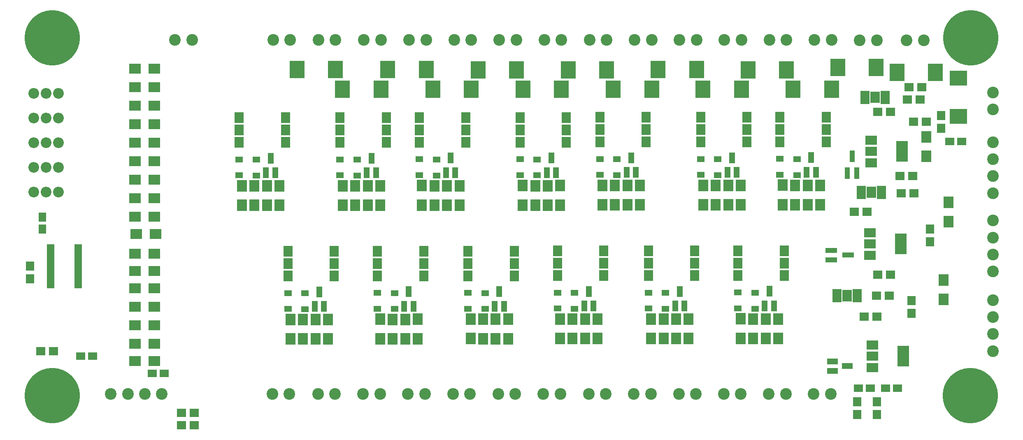
<source format=gbr>
G04 #@! TF.FileFunction,Soldermask,Top*
%FSLAX46Y46*%
G04 Gerber Fmt 4.6, Leading zero omitted, Abs format (unit mm)*
G04 Created by KiCad (PCBNEW 4.0.4-stable) date 07/11/17 17:44:21*
%MOMM*%
%LPD*%
G01*
G04 APERTURE LIST*
%ADD10C,0.100000*%
%ADD11R,1.900000X1.650000*%
%ADD12R,1.900000X1.700000*%
%ADD13R,2.400000X4.200000*%
%ADD14R,2.400000X1.900000*%
%ADD15R,2.000000X2.400000*%
%ADD16R,1.500000X0.800000*%
%ADD17O,2.200000X2.200000*%
%ADD18C,2.400000*%
%ADD19R,2.100000X2.400000*%
%ADD20R,1.200000X2.300000*%
%ADD21R,1.620000X1.310000*%
%ADD22R,1.920000X2.180000*%
%ADD23R,3.100000X3.600000*%
%ADD24C,11.400000*%
%ADD25C,1.100000*%
%ADD26R,2.400000X2.100000*%
%ADD27R,1.700000X1.900000*%
%ADD28R,3.600000X3.100000*%
%ADD29R,2.400000X1.050000*%
%ADD30R,1.050000X2.400000*%
%ADD31R,2.300000X1.200000*%
%ADD32R,1.650000X1.900000*%
%ADD33R,1.900000X0.705000*%
%ADD34R,1.240000X1.340000*%
G04 APERTURE END LIST*
D10*
D11*
X30714000Y-76708000D03*
X28214000Y-76708000D03*
D12*
X186262000Y-20320000D03*
X183562000Y-20320000D03*
X180166000Y-22860000D03*
X177466000Y-22860000D03*
D13*
X182474000Y-30988000D03*
D14*
X176174000Y-30988000D03*
X176174000Y-33288000D03*
X176174000Y-28688000D03*
D12*
X184832000Y-24892000D03*
X187532000Y-24892000D03*
D15*
X187452000Y-27972000D03*
X187452000Y-31972000D03*
D12*
X175340000Y-43434000D03*
X172640000Y-43434000D03*
D16*
X7310000Y-50385000D03*
X7310000Y-51035000D03*
X7310000Y-51685000D03*
X7310000Y-52335000D03*
X7310000Y-52985000D03*
X7310000Y-53635000D03*
X7310000Y-54285000D03*
X7310000Y-54935000D03*
X7310000Y-55585000D03*
X7310000Y-56235000D03*
X7310000Y-56885000D03*
X7310000Y-57535000D03*
X7310000Y-58185000D03*
X7310000Y-58835000D03*
X13010000Y-58835000D03*
X13010000Y-58185000D03*
X13010000Y-57535000D03*
X13010000Y-56885000D03*
X13010000Y-56235000D03*
X13010000Y-55585000D03*
X13010000Y-54935000D03*
X13010000Y-54285000D03*
X13010000Y-53635000D03*
X13010000Y-52985000D03*
X13010000Y-52335000D03*
X13010000Y-51685000D03*
X13010000Y-51035000D03*
X13010000Y-50385000D03*
D17*
X3810000Y-34290000D03*
X6350000Y-34290000D03*
X8890000Y-34290000D03*
D18*
X164325000Y-80900000D03*
X167825000Y-80900000D03*
D19*
X157920000Y-37930000D03*
X157920000Y-41930000D03*
D20*
X162875000Y-35250000D03*
X164775000Y-35250000D03*
X163825000Y-32250000D03*
D21*
X160890000Y-35825000D03*
X160890000Y-32555000D03*
D19*
X160475000Y-41950000D03*
X160475000Y-37950000D03*
X163075000Y-37950000D03*
X163075000Y-41950000D03*
D21*
X157370000Y-35775000D03*
X157370000Y-32505000D03*
D19*
X165630000Y-41940000D03*
X165630000Y-37940000D03*
D22*
X166900000Y-26440000D03*
X157370000Y-26440000D03*
X166900000Y-23900000D03*
X166900000Y-28980000D03*
X157370000Y-28980000D03*
X157370000Y-23900000D03*
D19*
X141620000Y-37960000D03*
X141620000Y-41960000D03*
D21*
X141070000Y-35805000D03*
X141070000Y-32535000D03*
D22*
X150600000Y-26470000D03*
X141070000Y-26470000D03*
X150600000Y-23930000D03*
X150600000Y-29010000D03*
X141070000Y-29010000D03*
X141070000Y-23930000D03*
D20*
X146575000Y-35280000D03*
X148475000Y-35280000D03*
X147525000Y-32280000D03*
D21*
X144590000Y-35855000D03*
X144590000Y-32585000D03*
D22*
X129860000Y-26480000D03*
X120330000Y-26480000D03*
X129860000Y-23940000D03*
X129860000Y-29020000D03*
X120330000Y-29020000D03*
X120330000Y-23940000D03*
D20*
X125835000Y-35290000D03*
X127735000Y-35290000D03*
X126785000Y-32290000D03*
D21*
X123850000Y-35865000D03*
X123850000Y-32595000D03*
X120330000Y-35815000D03*
X120330000Y-32545000D03*
D19*
X123435000Y-41990000D03*
X123435000Y-37990000D03*
X126035000Y-37990000D03*
X126035000Y-41990000D03*
X120880000Y-37970000D03*
X120880000Y-41970000D03*
X146775000Y-37980000D03*
X146775000Y-41980000D03*
X144175000Y-41980000D03*
X144175000Y-37980000D03*
X128590000Y-41980000D03*
X128590000Y-37980000D03*
X149330000Y-41970000D03*
X149330000Y-37970000D03*
D20*
X154255000Y-62760000D03*
X156155000Y-62760000D03*
X155205000Y-59760000D03*
D22*
X158280000Y-53950000D03*
X148750000Y-53950000D03*
X158280000Y-51410000D03*
X158280000Y-56490000D03*
X148750000Y-56490000D03*
X148750000Y-51410000D03*
D21*
X152270000Y-63335000D03*
X152270000Y-60065000D03*
X148750000Y-63285000D03*
X148750000Y-60015000D03*
D19*
X130880000Y-65470000D03*
X130880000Y-69470000D03*
X133435000Y-69490000D03*
X133435000Y-65490000D03*
X136035000Y-65490000D03*
X136035000Y-69490000D03*
X138590000Y-69480000D03*
X138590000Y-65480000D03*
D22*
X139860000Y-53980000D03*
X130330000Y-53980000D03*
X139860000Y-51440000D03*
X139860000Y-56520000D03*
X130330000Y-56520000D03*
X130330000Y-51440000D03*
D20*
X135835000Y-62790000D03*
X137735000Y-62790000D03*
X136785000Y-59790000D03*
D21*
X133850000Y-63365000D03*
X133850000Y-60095000D03*
X130330000Y-63315000D03*
X130330000Y-60045000D03*
D19*
X154455000Y-65460000D03*
X154455000Y-69460000D03*
X151855000Y-69460000D03*
X151855000Y-65460000D03*
X149300000Y-65440000D03*
X149300000Y-69440000D03*
X157010000Y-69450000D03*
X157010000Y-65450000D03*
D21*
X103920000Y-35845000D03*
X103920000Y-32575000D03*
D19*
X104470000Y-38000000D03*
X104470000Y-42000000D03*
D20*
X109425000Y-35320000D03*
X111325000Y-35320000D03*
X110375000Y-32320000D03*
D22*
X113450000Y-26510000D03*
X103920000Y-26510000D03*
X113450000Y-23970000D03*
X113450000Y-29050000D03*
X103920000Y-29050000D03*
X103920000Y-23970000D03*
D21*
X107440000Y-35895000D03*
X107440000Y-32625000D03*
X83180000Y-35855000D03*
X83180000Y-32585000D03*
D20*
X88685000Y-35330000D03*
X90585000Y-35330000D03*
X89635000Y-32330000D03*
D21*
X86700000Y-35905000D03*
X86700000Y-32635000D03*
D22*
X92710000Y-26520000D03*
X83180000Y-26520000D03*
X92710000Y-23980000D03*
X92710000Y-29060000D03*
X83180000Y-29060000D03*
X83180000Y-23980000D03*
D21*
X111600000Y-63325000D03*
X111600000Y-60055000D03*
D19*
X119860000Y-69490000D03*
X119860000Y-65490000D03*
D22*
X121130000Y-53990000D03*
X111600000Y-53990000D03*
X121130000Y-51450000D03*
X121130000Y-56530000D03*
X111600000Y-56530000D03*
X111600000Y-51450000D03*
D20*
X117105000Y-62800000D03*
X119005000Y-62800000D03*
X118055000Y-59800000D03*
D21*
X115120000Y-63375000D03*
X115120000Y-60105000D03*
D19*
X112150000Y-65480000D03*
X112150000Y-69480000D03*
X114705000Y-69500000D03*
X114705000Y-65500000D03*
X117305000Y-65500000D03*
X117305000Y-69500000D03*
X101440000Y-69520000D03*
X101440000Y-65520000D03*
X98885000Y-65530000D03*
X98885000Y-69530000D03*
X93730000Y-65510000D03*
X93730000Y-69510000D03*
X96285000Y-69530000D03*
X96285000Y-65530000D03*
D21*
X93180000Y-63355000D03*
X93180000Y-60085000D03*
D20*
X98685000Y-62830000D03*
X100585000Y-62830000D03*
X99635000Y-59830000D03*
D22*
X102710000Y-54020000D03*
X93180000Y-54020000D03*
X102710000Y-51480000D03*
X102710000Y-56560000D03*
X93180000Y-56560000D03*
X93180000Y-51480000D03*
D21*
X96700000Y-63405000D03*
X96700000Y-60135000D03*
D19*
X112180000Y-42010000D03*
X112180000Y-38010000D03*
X109625000Y-38020000D03*
X109625000Y-42020000D03*
X107025000Y-42020000D03*
X107025000Y-38020000D03*
X83730000Y-38010000D03*
X83730000Y-42010000D03*
X91440000Y-42020000D03*
X91440000Y-38020000D03*
X86285000Y-42030000D03*
X86285000Y-38030000D03*
X88885000Y-38030000D03*
X88885000Y-42030000D03*
D21*
X74560000Y-63365000D03*
X74560000Y-60095000D03*
D22*
X84090000Y-54030000D03*
X74560000Y-54030000D03*
X84090000Y-51490000D03*
X84090000Y-56570000D03*
X74560000Y-56570000D03*
X74560000Y-51490000D03*
D20*
X80065000Y-62840000D03*
X81965000Y-62840000D03*
X81015000Y-59840000D03*
D21*
X78080000Y-63415000D03*
X78080000Y-60145000D03*
D19*
X75110000Y-65520000D03*
X75110000Y-69520000D03*
X77665000Y-69540000D03*
X77665000Y-65540000D03*
X80265000Y-65540000D03*
X80265000Y-69540000D03*
X82820000Y-69530000D03*
X82820000Y-65530000D03*
X72585000Y-38060000D03*
X72585000Y-42060000D03*
X67430000Y-38040000D03*
X67430000Y-42040000D03*
X69985000Y-42060000D03*
X69985000Y-38060000D03*
X75140000Y-42050000D03*
X75140000Y-38050000D03*
D22*
X76410000Y-26550000D03*
X66880000Y-26550000D03*
X76410000Y-24010000D03*
X76410000Y-29090000D03*
X66880000Y-29090000D03*
X66880000Y-24010000D03*
D20*
X72385000Y-35360000D03*
X74285000Y-35360000D03*
X73335000Y-32360000D03*
D21*
X70400000Y-35935000D03*
X70400000Y-32665000D03*
X66880000Y-35885000D03*
X66880000Y-32615000D03*
D19*
X61845000Y-65570000D03*
X61845000Y-69570000D03*
X56690000Y-65550000D03*
X56690000Y-69550000D03*
X59245000Y-69570000D03*
X59245000Y-65570000D03*
X64400000Y-69560000D03*
X64400000Y-65560000D03*
D22*
X65670000Y-54060000D03*
X56140000Y-54060000D03*
X65670000Y-51520000D03*
X65670000Y-56600000D03*
X56140000Y-56600000D03*
X56140000Y-51520000D03*
D20*
X61645000Y-62870000D03*
X63545000Y-62870000D03*
X62595000Y-59870000D03*
D21*
X59660000Y-63445000D03*
X59660000Y-60175000D03*
X56140000Y-63395000D03*
X56140000Y-60125000D03*
X49660000Y-35945000D03*
X49660000Y-32675000D03*
D18*
X56625000Y-7975000D03*
X53125000Y-7975000D03*
X65925000Y-7975000D03*
X62425000Y-7975000D03*
X75275000Y-7975000D03*
X71775000Y-7975000D03*
X84600000Y-7975000D03*
X81100000Y-7975000D03*
X93875000Y-7975000D03*
X90375000Y-7975000D03*
X103150000Y-7975000D03*
X99650000Y-7975000D03*
X112425000Y-7975000D03*
X108925000Y-7975000D03*
X121700000Y-7975000D03*
X118200000Y-7975000D03*
X131000000Y-7975000D03*
X127500000Y-7975000D03*
X140225000Y-7975000D03*
X136725000Y-7975000D03*
X149450000Y-7975000D03*
X145950000Y-7975000D03*
X158725000Y-7975000D03*
X155225000Y-7975000D03*
X168000000Y-7975000D03*
X164500000Y-7975000D03*
X52950000Y-80900000D03*
X56450000Y-80900000D03*
X62350000Y-80900000D03*
X65850000Y-80900000D03*
X71625000Y-80900000D03*
X75125000Y-80900000D03*
X80850000Y-80900000D03*
X84350000Y-80900000D03*
X90125000Y-80900000D03*
X93625000Y-80900000D03*
X99400000Y-80900000D03*
X102900000Y-80900000D03*
X108700000Y-80900000D03*
X112200000Y-80900000D03*
X118025000Y-80900000D03*
X121525000Y-80900000D03*
X127325000Y-80900000D03*
X130825000Y-80900000D03*
X136575000Y-80900000D03*
X140075000Y-80900000D03*
X145850000Y-80900000D03*
X149350000Y-80900000D03*
X155100000Y-80900000D03*
X158600000Y-80900000D03*
X36425000Y-8000000D03*
X32925000Y-8000000D03*
D23*
X58000000Y-14100000D03*
X65900000Y-14100000D03*
X67375000Y-18150000D03*
X75275000Y-18150000D03*
X76700000Y-14125000D03*
X84600000Y-14125000D03*
X85975000Y-18175000D03*
X93875000Y-18175000D03*
X95250000Y-14150000D03*
X103150000Y-14150000D03*
X104525000Y-18175000D03*
X112425000Y-18175000D03*
X113800000Y-14150000D03*
X121700000Y-14150000D03*
X123100000Y-18150000D03*
X131000000Y-18150000D03*
X132325000Y-14125000D03*
X140225000Y-14125000D03*
X141550000Y-18150000D03*
X149450000Y-18150000D03*
X150825000Y-14150000D03*
X158725000Y-14150000D03*
X160100000Y-18150000D03*
X168000000Y-18150000D03*
D20*
X51645000Y-35370000D03*
X53545000Y-35370000D03*
X52595000Y-32370000D03*
D19*
X49245000Y-42070000D03*
X49245000Y-38070000D03*
X51845000Y-38070000D03*
X51845000Y-42070000D03*
X54400000Y-42060000D03*
X54400000Y-38060000D03*
D22*
X55670000Y-26560000D03*
X46140000Y-26560000D03*
X55670000Y-24020000D03*
X55670000Y-29100000D03*
X46140000Y-29100000D03*
X46140000Y-24020000D03*
D24*
X7620000Y-7620000D03*
D25*
X11745000Y-7620000D03*
X10546815Y-10546815D03*
X7620000Y-11745000D03*
X4693185Y-10546815D03*
X3495000Y-7620000D03*
X4693185Y-4693185D03*
X7620000Y-3495000D03*
X10546815Y-4693185D03*
D24*
X196560000Y-81280000D03*
D25*
X200721000Y-81280000D03*
X199522815Y-84206815D03*
X196596000Y-85405000D03*
X193669185Y-84206815D03*
X192471000Y-81280000D03*
X193669185Y-78353185D03*
X196596000Y-77155000D03*
X199522815Y-78353185D03*
D24*
X7620000Y-81280000D03*
D25*
X11745000Y-81280000D03*
X10546815Y-84206815D03*
X7620000Y-85405000D03*
X4693185Y-84206815D03*
X3495000Y-81280000D03*
X4693185Y-78353185D03*
X7620000Y-77155000D03*
X10546815Y-78353185D03*
D24*
X196596000Y-7620000D03*
D25*
X200721000Y-7620000D03*
X199522815Y-10546815D03*
X196596000Y-11745000D03*
X193669185Y-10546815D03*
X192471000Y-7620000D03*
X193669185Y-4693185D03*
X196596000Y-3495000D03*
X199522815Y-4693185D03*
D21*
X46140000Y-35895000D03*
X46140000Y-32625000D03*
D19*
X46690000Y-38050000D03*
X46690000Y-42050000D03*
D26*
X24670000Y-17780000D03*
X28670000Y-17780000D03*
X24670000Y-21590000D03*
X28670000Y-21590000D03*
X24670000Y-25400000D03*
X28670000Y-25400000D03*
X24670000Y-29210000D03*
X28670000Y-29210000D03*
X24670000Y-33020000D03*
X28670000Y-33020000D03*
X24670000Y-36830000D03*
X28670000Y-36830000D03*
X24670000Y-40640000D03*
X28670000Y-40640000D03*
X24670000Y-44450000D03*
X28670000Y-44450000D03*
X28924000Y-48006000D03*
X24924000Y-48006000D03*
X28670000Y-52070000D03*
X24670000Y-52070000D03*
X28670000Y-55626000D03*
X24670000Y-55626000D03*
X28670000Y-59182000D03*
X24670000Y-59182000D03*
X28670000Y-62992000D03*
X24670000Y-62992000D03*
X28670000Y-74168000D03*
X24670000Y-74168000D03*
X28670000Y-66802000D03*
X24670000Y-66802000D03*
X28670000Y-70612000D03*
X24670000Y-70612000D03*
D17*
X3810000Y-19050000D03*
X6350000Y-19050000D03*
X8890000Y-19050000D03*
X3810000Y-24130000D03*
X6350000Y-24130000D03*
X8890000Y-24130000D03*
X3810000Y-29210000D03*
X6350000Y-29210000D03*
X8890000Y-29210000D03*
X3810000Y-39370000D03*
X6350000Y-39370000D03*
X8890000Y-39370000D03*
D26*
X28670000Y-13970000D03*
X24670000Y-13970000D03*
D18*
X19722000Y-80900000D03*
X23222000Y-80900000D03*
X26722000Y-80900000D03*
X30222000Y-80900000D03*
D15*
X192024000Y-45434000D03*
X192024000Y-41434000D03*
X191008000Y-61436000D03*
X191008000Y-57436000D03*
D13*
X182220000Y-50038000D03*
D14*
X175920000Y-50038000D03*
X175920000Y-52338000D03*
X175920000Y-47738000D03*
D13*
X182728000Y-73152000D03*
D14*
X176428000Y-73152000D03*
X176428000Y-75452000D03*
X176428000Y-70852000D03*
D27*
X188214000Y-49610000D03*
X188214000Y-46910000D03*
X184404000Y-64342000D03*
X184404000Y-61642000D03*
D12*
X177372000Y-65024000D03*
X174672000Y-65024000D03*
X184992000Y-39624000D03*
X182292000Y-39624000D03*
X179912000Y-60706000D03*
X177212000Y-60706000D03*
D28*
X194056000Y-15862000D03*
X194056000Y-23762000D03*
D23*
X181470000Y-14732000D03*
X189370000Y-14732000D03*
X169278000Y-13716000D03*
X177178000Y-13716000D03*
D18*
X201168000Y-22352000D03*
X201168000Y-18852000D03*
X186944000Y-8128000D03*
X183444000Y-8128000D03*
X177292000Y-8128000D03*
X173792000Y-8128000D03*
D29*
X167962000Y-51374000D03*
X167962000Y-53274000D03*
X171382000Y-52324000D03*
D30*
X171262000Y-35424000D03*
X173162000Y-35424000D03*
X172212000Y-32004000D03*
D18*
X201168000Y-55712000D03*
X201168000Y-52212000D03*
X201168000Y-48712000D03*
X201168000Y-45212000D03*
X201168000Y-39568000D03*
X201168000Y-36068000D03*
X201168000Y-32568000D03*
X201168000Y-29068000D03*
X201168000Y-72080000D03*
X201168000Y-68580000D03*
X201168000Y-65080000D03*
X201168000Y-61580000D03*
D27*
X177292000Y-85170000D03*
X177292000Y-82470000D03*
X190500000Y-23542000D03*
X190500000Y-26242000D03*
X173228000Y-85170000D03*
X173228000Y-82470000D03*
D31*
X168196000Y-74234000D03*
X168196000Y-76134000D03*
X171196000Y-75184000D03*
D11*
X179090000Y-79756000D03*
X181590000Y-79756000D03*
X192298000Y-28956000D03*
X194798000Y-28956000D03*
X173502000Y-79756000D03*
X176002000Y-79756000D03*
D12*
X5254000Y-72136000D03*
X7954000Y-72136000D03*
D11*
X13482000Y-73152000D03*
X15982000Y-73152000D03*
D12*
X184738000Y-36068000D03*
X182038000Y-36068000D03*
X186596000Y-17780000D03*
X183896000Y-17780000D03*
X180166000Y-56388000D03*
X177466000Y-56388000D03*
D32*
X5588000Y-44470000D03*
X5588000Y-46970000D03*
D12*
X36910000Y-87376000D03*
X34210000Y-87376000D03*
X34210000Y-84836000D03*
X36910000Y-84836000D03*
D27*
X3048000Y-57230000D03*
X3048000Y-54530000D03*
D33*
X169091000Y-59668000D03*
D34*
X171616000Y-61138000D03*
X171616000Y-60198000D03*
X170776000Y-61138000D03*
X170776000Y-60198000D03*
D33*
X169091000Y-60168000D03*
X169091000Y-60668000D03*
X169091000Y-61168000D03*
X169091000Y-61668000D03*
X173291000Y-61668000D03*
X173291000Y-61168000D03*
X173291000Y-60668000D03*
X173291000Y-60168000D03*
X173291000Y-59668000D03*
X174083000Y-38408000D03*
D34*
X176608000Y-39878000D03*
X176608000Y-38938000D03*
X175768000Y-39878000D03*
X175768000Y-38938000D03*
D33*
X174083000Y-38908000D03*
X174083000Y-39408000D03*
X174083000Y-39908000D03*
X174083000Y-40408000D03*
X178283000Y-40408000D03*
X178283000Y-39908000D03*
X178283000Y-39408000D03*
X178283000Y-38908000D03*
X178283000Y-38408000D03*
X174845000Y-18850000D03*
D34*
X177370000Y-20320000D03*
X177370000Y-19380000D03*
X176530000Y-20320000D03*
X176530000Y-19380000D03*
D33*
X174845000Y-19350000D03*
X174845000Y-19850000D03*
X174845000Y-20350000D03*
X174845000Y-20850000D03*
X179045000Y-20850000D03*
X179045000Y-20350000D03*
X179045000Y-19850000D03*
X179045000Y-19350000D03*
X179045000Y-18850000D03*
M02*

</source>
